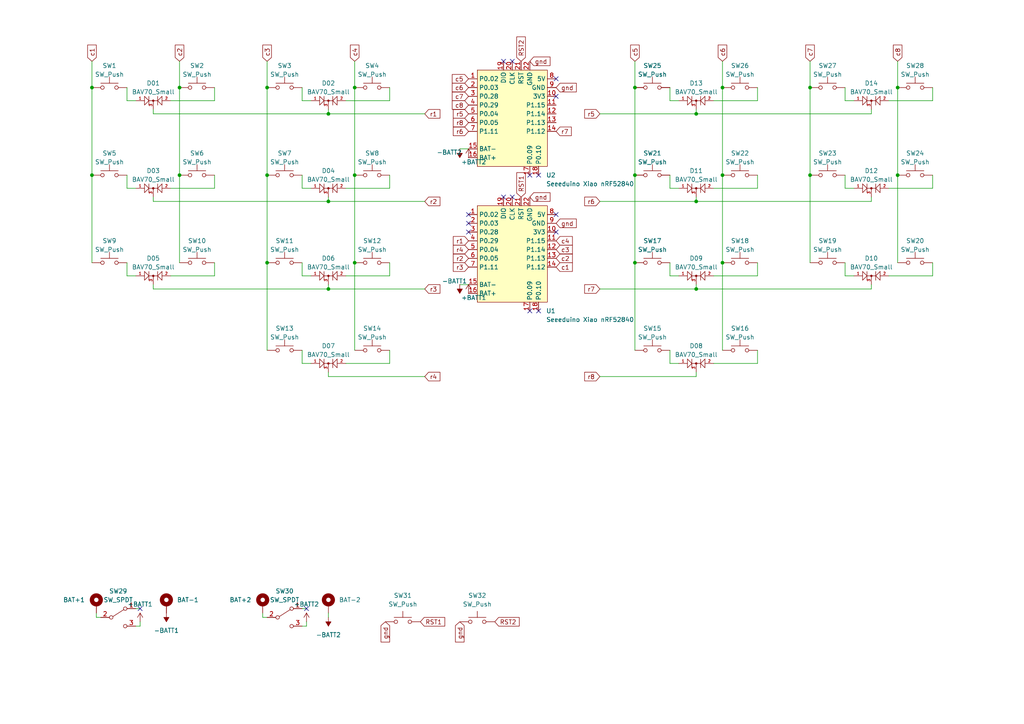
<source format=kicad_sch>
(kicad_sch (version 20231120) (generator "eeschema") (generator_version "8.0")
  (paper "A4")
  (lib_symbols
    (symbol "+BATT_1" (power) (pin_numbers hide) (pin_names (offset 0) hide)
      (property "Value" "+BATT" (at 0 3.556 0))
      (symbol "+BATT_1_0_1"
        (polyline (pts (xy -0.762 1.27) (xy 0 2.54)))
        (polyline (pts (xy 0 0) (xy 0 2.54)))
        (polyline (pts (xy 0 2.54) (xy 0.762 1.27)))
      )
      (symbol "+BATT_1_1_1"
        (pin power_in line (at 0 0 90) (length 0) (name "~") (number "1"))
      )
    )
    (symbol "-BATT_1" (power) (pin_numbers hide) (pin_names (offset 0) hide)
      (property "Value" "-BATT" (at 0 3.556 0))
      (symbol "-BATT_1_0_1"
        (polyline (pts (xy 0 0) (xy 0 2.54)))
        (polyline (pts (xy 0.762 1.27) (xy -0.762 1.27) (xy 0 2.54) (xy 0.762 1.27)) (fill (type outline)))
      )
      (symbol "-BATT_1_1_1"
        (pin power_in line (at 0 0 90) (length 0) (name "~") (number "1"))
      )
    )
    (symbol "MarBastLib-Various:BAV70_Small" (pin_names (offset 0.762) hide)
      (property "Reference" "D" (at 0.635 -2.54 0))
      (property "Value" "BAV70_Small" (at 0 2.54 0))
      (symbol "BAV70_Small_0_1"
        (polyline (pts (xy -1.27 1.27) (xy -1.27 -1.27)))
        (polyline (pts (xy 1.27 0) (xy -1.27 0)))
        (polyline (pts (xy 1.27 1.27) (xy 1.27 -1.27)))
        (polyline (pts (xy -2.54 1.27) (xy -2.54 -1.27) (xy -1.27 0) (xy -2.54 1.27)))
        (polyline (pts (xy 2.54 1.27) (xy 2.54 -1.27) (xy 1.27 0) (xy 2.54 1.27)))
        (circle (center 0 0) (radius 0.254) (fill (type outline)))
      )
      (symbol "BAV70_Small_1_1"
        (pin input line (at -5.08 0 0) (length 2.54) (name "A1") (number "1"))
        (pin input line (at 5.08 0 180) (length 2.54) (name "A2") (number "2"))
        (pin passive line (at 0 -2.54 90) (length 2.54) (name "K") (number "3"))
      )
    )
    (symbol "Mechanical:MountingHole_Pad" (pin_numbers hide) (pin_names (offset 1.016) hide)
      (property "Reference" "H" (at 0 6.35 0))
      (property "Value" "MountingHole_Pad" (at 0 4.445 0))
      (symbol "MountingHole_Pad_0_1"
        (circle (center 0 1.27) (radius 1.27) (stroke (width 1.27)))
      )
      (symbol "MountingHole_Pad_1_1"
        (pin input line (at 0 -2.54 90) (length 2.54) (name "1") (number "1"))
      )
    )
    (symbol "PCM_marbastlib-promicroish:Seeeduino_Xiao_nRF52840" (in_bom no)
      (property "Reference" "U" (at -10.16 -12.7 0))
      (property "Value" "Seeeduino Xiao nRF52840" (at -10.16 -15.24 0))
      (symbol "Seeeduino_Xiao_nRF52840_1_0"
        (pin bidirectional line (at -12.7 13.97 0) (length 2.54) (name "P0.02") (number "1"))
        (pin power_out line (at 12.7 8.89 180) (length 2.54) (name "3V3") (number "10"))
        (pin bidirectional line (at 12.7 6.35 180) (length 2.54) (name "P1.15") (number "11"))
        (pin bidirectional line (at 12.7 3.81 180) (length 2.54) (name "P1.14") (number "12"))
        (pin bidirectional line (at 12.7 1.27 180) (length 2.54) (name "P1.13") (number "13"))
        (pin bidirectional line (at 12.7 -1.27 180) (length 2.54) (name "P1.12") (number "14"))
        (pin power_in line (at -12.7 -6.35 0) (length 2.54) (name "BAT-") (number "15"))
        (pin power_in line (at -12.7 -8.89 0) (length 2.54) (name "BAT+") (number "16"))
        (pin bidirectional line (at 5.08 -13.97 90) (length 2.54) (name "P0.09") (number "17"))
        (pin bidirectional line (at 7.62 -13.97 90) (length 2.54) (name "P0.10") (number "18"))
        (pin bidirectional line (at -2.54 19.05 270) (length 2.54) (name "DIO") (number "19"))
        (pin bidirectional line (at -12.7 11.43 0) (length 2.54) (name "P0.03") (number "2"))
        (pin bidirectional line (at 0 19.05 270) (length 2.54) (name "CLK") (number "20"))
        (pin bidirectional line (at 2.54 19.05 270) (length 2.54) (name "RST") (number "21"))
        (pin power_out line (at 5.08 19.05 270) (length 2.54) (name "GND") (number "22"))
        (pin bidirectional line (at -12.7 8.89 0) (length 2.54) (name "P0.28") (number "3"))
        (pin bidirectional line (at -12.7 6.35 0) (length 2.54) (name "P0.29") (number "4"))
        (pin bidirectional line (at -12.7 3.81 0) (length 2.54) (name "P0.04") (number "5"))
        (pin bidirectional line (at -12.7 1.27 0) (length 2.54) (name "P0.05") (number "6"))
        (pin bidirectional line (at -12.7 -1.27 0) (length 2.54) (name "P1.11") (number "7"))
        (pin power_out line (at 12.7 13.97 180) (length 2.54) (name "5V") (number "8"))
        (pin power_out line (at 12.7 11.43 180) (length 2.54) (name "GND") (number "9"))
      )
      (symbol "Seeeduino_Xiao_nRF52840_1_1"
        (rectangle (start -10.16 16.51) (end 10.16 -11.43) (fill (type background)))
      )
    )
    (symbol "Switch:SW_Push" (pin_numbers hide) (pin_names (offset 1.016) hide)
      (property "Reference" "SW" (at 1.27 2.54 0))
      (property "Value" "SW_Push" (at 0 -1.524 0))
      (symbol "SW_Push_0_1"
        (circle (center -2.032 0) (radius 0.508))
        (polyline (pts (xy 0 1.27) (xy 0 3.048)))
        (polyline (pts (xy 2.54 1.27) (xy -2.54 1.27)))
        (circle (center 2.032 0) (radius 0.508))
        (pin passive line (at -5.08 0 0) (length 2.54) (name "1") (number "1"))
        (pin passive line (at 5.08 0 180) (length 2.54) (name "2") (number "2"))
      )
    )
    (symbol "Switch:SW_SPDT" (pin_names (offset 0) hide)
      (property "Reference" "SW" (at 0 4.318 0))
      (property "Value" "SW_SPDT" (at 0 -5.08 0))
      (symbol "SW_SPDT_0_0"
        (circle (center -2.032 0) (radius 0.508))
        (circle (center 2.032 -2.54) (radius 0.508))
      )
      (symbol "SW_SPDT_0_1"
        (polyline (pts (xy -1.524 0.254) (xy 1.651 2.286)))
        (circle (center 2.032 2.54) (radius 0.508))
      )
      (symbol "SW_SPDT_1_1"
        (pin passive line (at 5.08 2.54 180) (length 2.54) (name "A") (number "1"))
        (pin passive line (at -5.08 0 0) (length 2.54) (name "B") (number "2"))
        (pin passive line (at 5.08 -2.54 180) (length 2.54) (name "C") (number "3"))
      )
    )
    (symbol "power:+BATT" (power) (pin_names (offset 0))
      (property "Value" "+BATT" (at 0 3.556 0))
      (symbol "+BATT_0_1"
        (polyline (pts (xy -0.762 1.27) (xy 0 2.54)))
        (polyline (pts (xy 0 0) (xy 0 2.54)))
        (polyline (pts (xy 0 2.54) (xy 0.762 1.27)))
      )
      (symbol "+BATT_1_1"
        (pin power_in line (at 0 0 90) (length 0) hide (name "+BATT") (number "1"))
      )
    )
    (symbol "power:-BATT" (power) (pin_names (offset 0))
      (property "Value" "-BATT" (at 0 3.556 0))
      (symbol "-BATT_0_1"
        (polyline (pts (xy 0 0) (xy 0 2.54)))
        (polyline (pts (xy 0.762 1.27) (xy -0.762 1.27) (xy 0 2.54) (xy 0.762 1.27)) (fill (type outline)))
      )
      (symbol "-BATT_1_1"
        (pin power_in line (at 0 0 90) (length 0) hide (name "-BATT") (number "1"))
      )
    )
  )
  (junction (at 234.95 25.4))
  (junction (at 102.87 25.4))
  (junction (at 77.47 25.4))
  (junction (at 102.87 50.8))
  (junction (at 95.25 83.82))
  (junction (at 209.55 76.2))
  (junction (at 209.55 25.4))
  (junction (at 77.47 76.2))
  (junction (at 52.07 50.8))
  (junction (at 201.93 58.42))
  (junction (at 95.25 58.42))
  (junction (at 184.15 50.8))
  (junction (at 234.95 50.8))
  (junction (at 184.15 25.4))
  (junction (at 260.35 25.4))
  (junction (at 77.47 50.8))
  (junction (at 52.07 25.4))
  (junction (at 260.35 50.8))
  (junction (at 209.55 50.8))
  (junction (at 26.67 50.8))
  (junction (at 95.25 33.02))
  (junction (at 184.15 76.2))
  (junction (at 201.93 33.02))
  (junction (at 201.93 83.82))
  (junction (at 102.87 76.2))
  (junction (at 26.67 25.4))
  (no_connect (at 135.89 67.31))
  (no_connect (at 146.05 17.78))
  (no_connect (at 161.29 27.94))
  (no_connect (at 156.21 50.8))
  (no_connect (at 148.59 57.15))
  (no_connect (at 161.29 62.23))
  (no_connect (at 156.21 90.17))
  (no_connect (at 135.89 62.23))
  (no_connect (at 161.29 67.31))
  (no_connect (at 135.89 64.77))
  (no_connect (at 153.67 50.8))
  (no_connect (at 161.29 22.86))
  (no_connect (at 153.67 90.17))
  (no_connect (at 40.64 176.53))
  (no_connect (at 146.05 57.15))
  (no_connect (at 88.9 176.53))
  (no_connect (at 148.59 17.78))
  (wire (pts (xy 201.93 58.42) (xy 201.93 57.15)))
  (wire (pts (xy 95.25 109.22) (xy 123.19 109.22)))
  (wire (pts (xy 87.63 181.61) (xy 88.9 181.61)))
  (wire (pts (xy 52.07 76.2) (xy 52.07 50.8)))
  (wire (pts (xy 26.67 17.78) (xy 26.67 25.4)))
  (wire (pts (xy 209.55 17.78) (xy 209.55 25.4)))
  (wire (pts (xy 219.71 29.21) (xy 207.01 29.21)))
  (wire (pts (xy 245.11 80.01) (xy 247.65 80.01)))
  (wire (pts (xy 62.23 76.2) (xy 62.23 80.01)))
  (wire (pts (xy 219.71 76.2) (xy 219.71 80.01)))
  (wire (pts (xy 252.73 57.15) (xy 252.73 58.42)))
  (wire (pts (xy 194.31 76.2) (xy 194.31 80.01)))
  (wire (pts (xy 87.63 25.4) (xy 87.63 29.21)))
  (wire (pts (xy 40.64 180.34) (xy 40.64 181.61)))
  (wire (pts (xy 27.94 179.07) (xy 29.21 179.07)))
  (wire (pts (xy 52.07 17.78) (xy 52.07 25.4)))
  (wire (pts (xy 173.99 109.22) (xy 201.93 109.22)))
  (wire (pts (xy 26.67 50.8) (xy 26.67 76.2)))
  (wire (pts (xy 95.25 31.75) (xy 95.25 33.02)))
  (wire (pts (xy 44.45 33.02) (xy 95.25 33.02)))
  (wire (pts (xy 95.25 33.02) (xy 123.19 33.02)))
  (wire (pts (xy 87.63 176.53) (xy 88.9 176.53)))
  (wire (pts (xy 44.45 58.42) (xy 95.25 58.42)))
  (wire (pts (xy 252.73 82.55) (xy 252.73 83.82)))
  (wire (pts (xy 36.83 25.4) (xy 36.83 29.21)))
  (wire (pts (xy 219.71 50.8) (xy 219.71 54.61)))
  (wire (pts (xy 260.35 25.4) (xy 260.35 50.8)))
  (wire (pts (xy 76.2 177.8) (xy 76.2 179.07)))
  (wire (pts (xy 133.35 43.18) (xy 135.89 43.18)))
  (wire (pts (xy 194.31 105.41) (xy 196.85 105.41)))
  (wire (pts (xy 270.51 80.01) (xy 257.81 80.01)))
  (wire (pts (xy 260.35 50.8) (xy 260.35 76.2)))
  (wire (pts (xy 194.31 50.8) (xy 194.31 54.61)))
  (wire (pts (xy 194.31 54.61) (xy 196.85 54.61)))
  (wire (pts (xy 245.11 76.2) (xy 245.11 80.01)))
  (wire (pts (xy 245.11 25.4) (xy 245.11 29.21)))
  (wire (pts (xy 95.25 57.15) (xy 95.25 58.42)))
  (wire (pts (xy 62.23 29.21) (xy 49.53 29.21)))
  (wire (pts (xy 95.25 177.8) (xy 95.25 179.07)))
  (wire (pts (xy 39.37 176.53) (xy 40.64 176.53)))
  (wire (pts (xy 201.93 58.42) (xy 252.73 58.42)))
  (wire (pts (xy 209.55 25.4) (xy 209.55 50.8)))
  (wire (pts (xy 270.51 50.8) (xy 270.51 54.61)))
  (wire (pts (xy 62.23 25.4) (xy 62.23 29.21)))
  (wire (pts (xy 219.71 80.01) (xy 207.01 80.01)))
  (wire (pts (xy 87.63 50.8) (xy 87.63 54.61)))
  (wire (pts (xy 44.45 83.82) (xy 95.25 83.82)))
  (wire (pts (xy 77.47 50.8) (xy 77.47 76.2)))
  (wire (pts (xy 44.45 58.42) (xy 44.45 57.15)))
  (wire (pts (xy 252.73 31.75) (xy 252.73 33.02)))
  (wire (pts (xy 194.31 101.6) (xy 194.31 105.41)))
  (wire (pts (xy 113.03 80.01) (xy 100.33 80.01)))
  (wire (pts (xy 95.25 83.82) (xy 123.19 83.82)))
  (wire (pts (xy 270.51 25.4) (xy 270.51 29.21)))
  (wire (pts (xy 209.55 76.2) (xy 209.55 101.6)))
  (wire (pts (xy 36.83 50.8) (xy 36.83 54.61)))
  (wire (pts (xy 113.03 25.4) (xy 113.03 29.21)))
  (wire (pts (xy 102.87 76.2) (xy 102.87 50.8)))
  (wire (pts (xy 87.63 29.21) (xy 90.17 29.21)))
  (wire (pts (xy 76.2 179.07) (xy 77.47 179.07)))
  (wire (pts (xy 113.03 76.2) (xy 113.03 80.01)))
  (wire (pts (xy 62.23 50.8) (xy 62.23 54.61)))
  (wire (pts (xy 44.45 83.82) (xy 44.45 82.55)))
  (wire (pts (xy 95.25 107.95) (xy 95.25 109.22)))
  (wire (pts (xy 102.87 17.78) (xy 102.87 25.4)))
  (wire (pts (xy 219.71 25.4) (xy 219.71 29.21)))
  (wire (pts (xy 207.01 105.41) (xy 219.71 105.41)))
  (wire (pts (xy 102.87 101.6) (xy 102.87 76.2)))
  (wire (pts (xy 36.83 76.2) (xy 36.83 80.01)))
  (wire (pts (xy 270.51 29.21) (xy 257.81 29.21)))
  (wire (pts (xy 201.93 109.22) (xy 201.93 107.95)))
  (wire (pts (xy 87.63 80.01) (xy 90.17 80.01)))
  (wire (pts (xy 173.99 58.42) (xy 201.93 58.42)))
  (wire (pts (xy 184.15 50.8) (xy 184.15 76.2)))
  (wire (pts (xy 209.55 76.2) (xy 209.55 50.8)))
  (wire (pts (xy 87.63 105.41) (xy 90.17 105.41)))
  (wire (pts (xy 260.35 17.78) (xy 260.35 25.4)))
  (wire (pts (xy 201.93 33.02) (xy 201.93 31.75)))
  (wire (pts (xy 39.37 181.61) (xy 40.64 181.61)))
  (wire (pts (xy 62.23 54.61) (xy 49.53 54.61)))
  (wire (pts (xy 62.23 80.01) (xy 49.53 80.01)))
  (wire (pts (xy 36.83 80.01) (xy 39.37 80.01)))
  (wire (pts (xy 194.31 80.01) (xy 196.85 80.01)))
  (wire (pts (xy 95.25 58.42) (xy 123.19 58.42)))
  (wire (pts (xy 219.71 101.6) (xy 219.71 105.41)))
  (wire (pts (xy 194.31 25.4) (xy 194.31 29.21)))
  (wire (pts (xy 102.87 50.8) (xy 102.87 25.4)))
  (wire (pts (xy 270.51 54.61) (xy 257.81 54.61)))
  (wire (pts (xy 77.47 25.4) (xy 77.47 50.8)))
  (wire (pts (xy 184.15 17.78) (xy 184.15 25.4)))
  (wire (pts (xy 270.51 76.2) (xy 270.51 80.01)))
  (wire (pts (xy 113.03 50.8) (xy 113.03 54.61)))
  (wire (pts (xy 36.83 54.61) (xy 39.37 54.61)))
  (wire (pts (xy 184.15 76.2) (xy 184.15 101.6)))
  (wire (pts (xy 201.93 83.82) (xy 201.93 82.55)))
  (wire (pts (xy 100.33 105.41) (xy 113.03 105.41)))
  (wire (pts (xy 77.47 76.2) (xy 77.47 101.6)))
  (wire (pts (xy 245.11 50.8) (xy 245.11 54.61)))
  (wire (pts (xy 201.93 33.02) (xy 252.73 33.02)))
  (wire (pts (xy 44.45 33.02) (xy 44.45 31.75)))
  (wire (pts (xy 113.03 54.61) (xy 100.33 54.61)))
  (wire (pts (xy 27.94 177.8) (xy 27.94 179.07)))
  (wire (pts (xy 36.83 29.21) (xy 39.37 29.21)))
  (wire (pts (xy 26.67 25.4) (xy 26.67 50.8)))
  (wire (pts (xy 234.95 25.4) (xy 234.95 50.8)))
  (wire (pts (xy 173.99 83.82) (xy 201.93 83.82)))
  (wire (pts (xy 194.31 29.21) (xy 196.85 29.21)))
  (wire (pts (xy 234.95 76.2) (xy 234.95 50.8)))
  (wire (pts (xy 52.07 50.8) (xy 52.07 25.4)))
  (wire (pts (xy 87.63 101.6) (xy 87.63 105.41)))
  (wire (pts (xy 77.47 17.78) (xy 77.47 25.4)))
  (wire (pts (xy 113.03 29.21) (xy 100.33 29.21)))
  (wire (pts (xy 234.95 17.78) (xy 234.95 25.4)))
  (wire (pts (xy 245.11 29.21) (xy 247.65 29.21)))
  (wire (pts (xy 95.25 82.55) (xy 95.25 83.82)))
  (wire (pts (xy 87.63 76.2) (xy 87.63 80.01)))
  (wire (pts (xy 219.71 54.61) (xy 207.01 54.61)))
  (wire (pts (xy 113.03 101.6) (xy 113.03 105.41)))
  (wire (pts (xy 201.93 83.82) (xy 252.73 83.82)))
  (wire (pts (xy 184.15 25.4) (xy 184.15 50.8)))
  (wire (pts (xy 88.9 180.34) (xy 88.9 181.61)))
  (wire (pts (xy 133.35 82.55) (xy 135.89 82.55)))
  (wire (pts (xy 87.63 54.61) (xy 90.17 54.61)))
  (wire (pts (xy 245.11 54.61) (xy 247.65 54.61)))
  (wire (pts (xy 173.99 33.02) (xy 201.93 33.02)))
  (global_label "r7" (shape input) (at 173.99 83.82 180) (property "Intersheetrefs" "${INTERSHEET_REFS}" (effects (hide yes))))
  (global_label "r2" (shape input) (at 123.19 58.42 0) (property "Intersheetrefs" "${INTERSHEET_REFS}" (effects (hide yes))))
  (global_label "RST2" (shape input) (at 151.13 17.78 90) (property "Intersheetrefs" "${INTERSHEET_REFS}" (effects (hide yes))))
  (global_label "c1" (shape input) (at 26.67 17.78 90) (property "Intersheetrefs" "${INTERSHEET_REFS}" (effects (hide yes))))
  (global_label "r3" (shape input) (at 135.89 77.47 180) (property "Intersheetrefs" "${INTERSHEET_REFS}" (effects (hide yes))))
  (global_label "c6" (shape input) (at 209.55 17.78 90) (property "Intersheetrefs" "${INTERSHEET_REFS}" (effects (hide yes))))
  (global_label "c7" (shape input) (at 135.89 27.94 180) (property "Intersheetrefs" "${INTERSHEET_REFS}" (effects (hide yes))))
  (global_label "r2" (shape input) (at 135.89 74.93 180) (property "Intersheetrefs" "${INTERSHEET_REFS}" (effects (hide yes))))
  (global_label "r4" (shape input) (at 135.89 72.39 180) (property "Intersheetrefs" "${INTERSHEET_REFS}" (effects (hide yes))))
  (global_label "RST1" (shape input) (at 151.13 57.15 90) (property "Intersheetrefs" "${INTERSHEET_REFS}" (effects (hide yes))))
  (global_label "r5" (shape input) (at 173.99 33.02 180) (property "Intersheetrefs" "${INTERSHEET_REFS}" (effects (hide yes))))
  (global_label "gnd" (shape input) (at 153.67 17.78 0) (property "Intersheetrefs" "${INTERSHEET_REFS}" (effects (hide yes))))
  (global_label "c3" (shape input) (at 77.47 17.78 90) (property "Intersheetrefs" "${INTERSHEET_REFS}" (effects (hide yes))))
  (global_label "c3" (shape input) (at 161.29 72.39 0) (property "Intersheetrefs" "${INTERSHEET_REFS}" (effects (hide yes))))
  (global_label "c6" (shape input) (at 135.89 25.4 180) (property "Intersheetrefs" "${INTERSHEET_REFS}" (effects (hide yes))))
  (global_label "r7" (shape input) (at 161.29 38.1 0) (property "Intersheetrefs" "${INTERSHEET_REFS}" (effects (hide yes))))
  (global_label "c7" (shape input) (at 234.95 17.78 90) (property "Intersheetrefs" "${INTERSHEET_REFS}" (effects (hide yes))))
  (global_label "c4" (shape input) (at 161.29 69.85 0) (property "Intersheetrefs" "${INTERSHEET_REFS}" (effects (hide yes))))
  (global_label "r6" (shape input) (at 173.99 58.42 180) (property "Intersheetrefs" "${INTERSHEET_REFS}" (effects (hide yes))))
  (global_label "gnd" (shape input) (at 161.29 64.77 0) (property "Intersheetrefs" "${INTERSHEET_REFS}" (effects (hide yes))))
  (global_label "gnd" (shape input) (at 133.35 180.34 270) (property "Intersheetrefs" "${INTERSHEET_REFS}" (effects (hide yes))))
  (global_label "r5" (shape input) (at 135.89 33.02 180) (property "Intersheetrefs" "${INTERSHEET_REFS}" (effects (hide yes))))
  (global_label "c8" (shape input) (at 260.35 17.78 90) (property "Intersheetrefs" "${INTERSHEET_REFS}" (effects (hide yes))))
  (global_label "r1" (shape input) (at 123.19 33.02 0) (property "Intersheetrefs" "${INTERSHEET_REFS}" (effects (hide yes))))
  (global_label "c5" (shape input) (at 184.15 17.78 90) (property "Intersheetrefs" "${INTERSHEET_REFS}" (effects (hide yes))))
  (global_label "c4" (shape input) (at 102.87 17.78 90) (property "Intersheetrefs" "${INTERSHEET_REFS}" (effects (hide yes))))
  (global_label "r8" (shape input) (at 173.99 109.22 180) (property "Intersheetrefs" "${INTERSHEET_REFS}" (effects (hide yes))))
  (global_label "c2" (shape input) (at 161.29 74.93 0) (property "Intersheetrefs" "${INTERSHEET_REFS}" (effects (hide yes))))
  (global_label "c1" (shape input) (at 161.29 77.47 0) (property "Intersheetrefs" "${INTERSHEET_REFS}" (effects (hide yes))))
  (global_label "gnd" (shape input) (at 161.29 25.4 0) (property "Intersheetrefs" "${INTERSHEET_REFS}" (effects (hide yes))))
  (global_label "c5" (shape input) (at 135.89 22.86 180) (property "Intersheetrefs" "${INTERSHEET_REFS}" (effects (hide yes))))
  (global_label "RST1" (shape input) (at 121.92 180.34 0) (property "Intersheetrefs" "${INTERSHEET_REFS}" (effects (hide yes))))
  (global_label "c2" (shape input) (at 52.07 17.78 90) (property "Intersheetrefs" "${INTERSHEET_REFS}" (effects (hide yes))))
  (global_label "c8" (shape input) (at 135.89 30.48 180) (property "Intersheetrefs" "${INTERSHEET_REFS}" (effects (hide yes))))
  (global_label "RST2" (shape input) (at 143.51 180.34 0) (property "Intersheetrefs" "${INTERSHEET_REFS}" (effects (hide yes))))
  (global_label "r6" (shape input) (at 135.89 38.1 180) (property "Intersheetrefs" "${INTERSHEET_REFS}" (effects (hide yes))))
  (global_label "r3" (shape input) (at 123.19 83.82 0) (property "Intersheetrefs" "${INTERSHEET_REFS}" (effects (hide yes))))
  (global_label "r1" (shape input) (at 135.89 69.85 180) (property "Intersheetrefs" "${INTERSHEET_REFS}" (effects (hide yes))))
  (global_label "gnd" (shape input) (at 111.76 180.34 270) (property "Intersheetrefs" "${INTERSHEET_REFS}" (effects (hide yes))))
  (global_label "r8" (shape input) (at 135.89 35.56 180) (property "Intersheetrefs" "${INTERSHEET_REFS}" (effects (hide yes))))
  (global_label "gnd" (shape input) (at 153.67 57.15 0) (property "Intersheetrefs" "${INTERSHEET_REFS}" (effects (hide yes))))
  (global_label "r4" (shape input) (at 123.19 109.22 0) (property "Intersheetrefs" "${INTERSHEET_REFS}" (effects (hide yes))))
  (symbol (lib_id "Switch:SW_Push") (at 82.55 50.8 0) (unit 1)
    (property "Reference" "SW7" (at 82.55 44.45 0))
    (property "Value" "SW_Push" (at 82.55 46.99 0))
    (property "Footprint" "Cherry_ULP:Cherry_ULP_TH_CUT" (effects (hide yes)))
  )
  (symbol (lib_id "power:+BATT") (at 88.9 180.34 0) (unit 1)
    (property "Reference" "#PWR03" (effects (hide yes)))
    (property "Value" "+BATT2" (at 88.9 175.26 0))
  )
  (symbol (lib_id "Switch:SW_Push") (at 138.43 180.34 0) (unit 1)
    (property "Reference" "SW32" (at 138.43 172.72 0))
    (property "Value" "SW_Push" (at 138.43 175.26 0))
    (property "Footprint" "mnhttn:PushSwitch" (effects (hide yes)))
    (property "Description" "Push button switch, generic, two pins" (effects (hide yes)))
  )
  (symbol (lib_id "Mechanical:MountingHole_Pad") (at 48.26 175.26 0) (unit 1)
    (property "Reference" "BAT-1" (at 51.308 173.99 0) (effects (justify left)))
    (property "Value" "-" (effects (hide yes)))
    (property "Footprint" "mnhttn:BatteryPad" (effects (hide yes)))
  )
  (symbol (lib_id "Switch:SW_Push") (at 240.03 50.8 0) (unit 1)
    (property "Reference" "SW23" (at 240.03 44.45 0))
    (property "Value" "SW_Push" (at 240.03 46.99 0))
    (property "Footprint" "Cherry_ULP:Cherry_ULP_TH_CUT" (effects (hide yes)))
  )
  (symbol (lib_id "Switch:SW_Push") (at 265.43 25.4 0) (unit 1)
    (property "Reference" "SW28" (at 265.43 19.05 0))
    (property "Value" "SW_Push" (at 265.43 21.59 0))
    (property "Footprint" "Cherry_ULP:Cherry_ULP_TH_CUT" (effects (hide yes)))
  )
  (symbol (lib_name "+BATT_1") (lib_id "power:+BATT") (at 135.89 85.09 0) (unit 1)
    (property "Reference" "#PWR06" (effects (hide yes)))
    (property "Value" "+BATT1" (at 137.414 86.36 0))
    (property "Description" "Power symbol creates a global label with name \"+BATT\"" (effects (hide yes)))
  )
  (symbol (lib_id "Mechanical:MountingHole_Pad") (at 76.2 175.26 0) (unit 1)
    (property "Reference" "BAT+2" (at 72.898 173.99 0) (effects (justify right)))
    (property "Value" "+" (effects (hide yes)))
    (property "Footprint" "mnhttn:BatteryPad" (effects (hide yes)))
  )
  (symbol (lib_name "+BATT_1") (lib_id "power:+BATT") (at 135.89 45.72 0) (unit 1)
    (property "Reference" "#PWR05" (effects (hide yes)))
    (property "Value" "+BATT2" (at 137.414 46.99 0))
    (property "Description" "Power symbol creates a global label with name \"+BATT\"" (effects (hide yes)))
  )
  (symbol (lib_id "Switch:SW_Push") (at 189.23 25.4 0) (unit 1)
    (property "Reference" "SW25" (at 189.23 19.05 0))
    (property "Value" "SW_Push" (at 189.23 21.59 0))
    (property "Footprint" "Cherry_ULP:Cherry_ULP_TH_CUT" (effects (hide yes)))
  )
  (symbol (lib_id "Mechanical:MountingHole_Pad") (at 27.94 175.26 0) (unit 1)
    (property "Reference" "BAT+1" (at 24.638 173.99 0) (effects (justify right)))
    (property "Value" "+" (effects (hide yes)))
    (property "Footprint" "mnhttn:BatteryPad" (effects (hide yes)))
  )
  (symbol (lib_name "-BATT_1") (lib_id "power:-BATT") (at 133.35 82.55 0) (mirror x) (unit 1)
    (property "Reference" "#PWR07" (effects (hide yes)))
    (property "Value" "-BATT1" (at 131.826 81.534 0))
    (property "Description" "Power symbol creates a global label with name \"-BATT\"" (effects (hide yes)))
  )
  (symbol (lib_id "Switch:SW_Push") (at 214.63 50.8 0) (unit 1)
    (property "Reference" "SW22" (at 214.63 44.45 0))
    (property "Value" "SW_Push" (at 214.63 46.99 0))
    (property "Footprint" "Cherry_ULP:Cherry_ULP_TH_CUT" (effects (hide yes)))
  )
  (symbol (lib_id "PCM_marbastlib-promicroish:Seeeduino_Xiao_nRF52840") (at 148.59 76.2 0) (unit 1) (in_bom no)
    (property "Reference" "U1" (at 158.4041 90.17 0) (effects (justify left)))
    (property "Value" "Seeeduino Xiao nRF52840" (at 158.4041 92.71 0) (effects (justify left)))
    (property "Footprint" "xiao:xiao-ble-smd-cutout-extra-pins" (effects (hide yes)))
    (property "Description" "Symbol for a Seeeduino Xiao nRF52840" (effects (hide yes)))
  )
  (symbol (lib_id "Switch:SW_SPDT") (at 34.29 179.07 0) (unit 1)
    (property "Reference" "SW29" (at 34.29 171.45 0))
    (property "Value" "SW_SPDT" (at 34.29 173.99 0))
    (property "Footprint" "mnhttn:MSK12C02" (effects (hide yes)))
  )
  (symbol (lib_id "MarBastLib-Various:BAV70_Small") (at 44.45 29.21 0) (unit 1)
    (property "Reference" "D01" (at 44.45 24.13 0))
    (property "Value" "BAV70_Small" (at 44.45 26.67 0))
    (property "Footprint" "BeiBob:SOT-23_Handsoldering" (effects (hide yes)))
    (property "Datasheet" "https://assets.nexperia.com/documents/data-sheet/BAV70_SER.pdf" (effects (hide yes)))
  )
  (symbol (lib_id "MarBastLib-Various:BAV70_Small") (at 95.25 105.41 0) (unit 1)
    (property "Reference" "D07" (at 95.25 100.33 0))
    (property "Value" "BAV70_Small" (at 95.25 102.87 0))
    (property "Footprint" "BeiBob:SOT-23_Handsoldering" (effects (hide yes)))
    (property "Datasheet" "https://assets.nexperia.com/documents/data-sheet/BAV70_SER.pdf" (effects (hide yes)))
  )
  (symbol (lib_id "Switch:SW_Push") (at 189.23 50.8 0) (unit 1)
    (property "Reference" "SW21" (at 189.23 44.45 0))
    (property "Value" "SW_Push" (at 189.23 46.99 0))
    (property "Footprint" "Cherry_ULP:Cherry_ULP_TH_CUT" (effects (hide yes)))
  )
  (symbol (lib_id "Switch:SW_Push") (at 82.55 76.2 0) (unit 1)
    (property "Reference" "SW11" (at 82.55 69.85 0))
    (property "Value" "SW_Push" (at 82.55 72.39 0))
    (property "Footprint" "Cherry_ULP:Cherry_ULP_TH_CUT" (effects (hide yes)))
  )
  (symbol (lib_id "MarBastLib-Various:BAV70_Small") (at 95.25 54.61 0) (unit 1)
    (property "Reference" "D04" (at 95.25 49.53 0))
    (property "Value" "BAV70_Small" (at 95.25 52.07 0))
    (property "Footprint" "BeiBob:SOT-23_Handsoldering" (effects (hide yes)))
    (property "Datasheet" "https://assets.nexperia.com/documents/data-sheet/BAV70_SER.pdf" (effects (hide yes)))
  )
  (symbol (lib_id "MarBastLib-Various:BAV70_Small") (at 201.93 105.41 0) (unit 1)
    (property "Reference" "D08" (at 201.93 100.33 0))
    (property "Value" "BAV70_Small" (at 201.93 102.87 0))
    (property "Footprint" "BeiBob:SOT-23_Handsoldering" (effects (hide yes)))
    (property "Datasheet" "https://assets.nexperia.com/documents/data-sheet/BAV70_SER.pdf" (effects (hide yes)))
  )
  (symbol (lib_id "Switch:SW_Push") (at 240.03 76.2 0) (unit 1)
    (property "Reference" "SW19" (at 240.03 69.85 0))
    (property "Value" "SW_Push" (at 240.03 72.39 0))
    (property "Footprint" "Cherry_ULP:Cherry_ULP_TH_CUT" (effects (hide yes)))
  )
  (symbol (lib_id "Switch:SW_Push") (at 31.75 50.8 0) (unit 1)
    (property "Reference" "SW5" (at 31.75 44.45 0))
    (property "Value" "SW_Push" (at 31.75 46.99 0))
    (property "Footprint" "Cherry_ULP:Cherry_ULP_TH_CUT" (effects (hide yes)))
  )
  (symbol (lib_id "Switch:SW_Push") (at 265.43 50.8 0) (unit 1)
    (property "Reference" "SW24" (at 265.43 44.45 0))
    (property "Value" "SW_Push" (at 265.43 46.99 0))
    (property "Footprint" "Cherry_ULP:Cherry_ULP_TH_CUT" (effects (hide yes)))
  )
  (symbol (lib_id "MarBastLib-Various:BAV70_Small") (at 252.73 54.61 0) (unit 1)
    (property "Reference" "D12" (at 252.73 49.53 0))
    (property "Value" "BAV70_Small" (at 252.73 52.07 0))
    (property "Footprint" "BeiBob:SOT-23_Handsoldering" (effects (hide yes)))
    (property "Datasheet" "https://assets.nexperia.com/documents/data-sheet/BAV70_SER.pdf" (effects (hide yes)))
  )
  (symbol (lib_id "Switch:SW_Push") (at 265.43 76.2 0) (unit 1)
    (property "Reference" "SW20" (at 265.43 69.85 0))
    (property "Value" "SW_Push" (at 265.43 72.39 0))
    (property "Footprint" "Cherry_ULP:Cherry_ULP_TH_CUT" (effects (hide yes)))
  )
  (symbol (lib_id "MarBastLib-Various:BAV70_Small") (at 201.93 54.61 0) (unit 1)
    (property "Reference" "D11" (at 201.93 49.53 0))
    (property "Value" "BAV70_Small" (at 201.93 52.07 0))
    (property "Footprint" "BeiBob:SOT-23_Handsoldering" (effects (hide yes)))
    (property "Datasheet" "https://assets.nexperia.com/documents/data-sheet/BAV70_SER.pdf" (effects (hide yes)))
  )
  (symbol (lib_id "Switch:SW_Push") (at 31.75 76.2 0) (unit 1)
    (property "Reference" "SW9" (at 31.75 69.85 0))
    (property "Value" "SW_Push" (at 31.75 72.39 0))
    (property "Footprint" "Cherry_ULP:Cherry_ULP_TH_CUT" (effects (hide yes)))
  )
  (symbol (lib_id "Switch:SW_Push") (at 31.75 25.4 0) (unit 1)
    (property "Reference" "SW1" (at 31.75 19.05 0))
    (property "Value" "SW_Push" (at 31.75 21.59 0))
    (property "Footprint" "Cherry_ULP:Cherry_ULP_TH_CUT" (effects (hide yes)))
  )
  (symbol (lib_id "Switch:SW_Push") (at 107.95 50.8 0) (unit 1)
    (property "Reference" "SW8" (at 107.95 44.45 0))
    (property "Value" "SW_Push" (at 107.95 46.99 0))
    (property "Footprint" "Cherry_ULP:Cherry_ULP_TH_CUT" (effects (hide yes)))
  )
  (symbol (lib_id "Switch:SW_Push") (at 57.15 50.8 0) (unit 1)
    (property "Reference" "SW6" (at 57.15 44.45 0))
    (property "Value" "SW_Push" (at 57.15 46.99 0))
    (property "Footprint" "Cherry_ULP:Cherry_ULP_TH_CUT" (effects (hide yes)))
  )
  (symbol (lib_id "power:-BATT") (at 48.26 177.8 180) (unit 1)
    (property "Reference" "#PWR04" (effects (hide yes)))
    (property "Value" "-BATT1" (at 48.26 182.88 0))
  )
  (symbol (lib_id "Switch:SW_Push") (at 214.63 101.6 0) (unit 1)
    (property "Reference" "SW16" (at 214.63 95.25 0))
    (property "Value" "SW_Push" (at 214.63 97.79 0))
    (property "Footprint" "Cherry_ULP:Cherry_ULP_TH_CUT" (effects (hide yes)))
  )
  (symbol (lib_id "Switch:SW_Push") (at 107.95 25.4 0) (unit 1)
    (property "Reference" "SW4" (at 107.95 19.05 0))
    (property "Value" "SW_Push" (at 107.95 21.59 0))
    (property "Footprint" "Cherry_ULP:Cherry_ULP_TH_CUT" (effects (hide yes)))
  )
  (symbol (lib_name "-BATT_1") (lib_id "power:-BATT") (at 133.35 43.18 180) (unit 1)
    (property "Reference" "#PWR08" (effects (hide yes)))
    (property "Value" "-BATT2" (at 130.302 44.196 0))
    (property "Description" "Power symbol creates a global label with name \"-BATT\"" (effects (hide yes)))
  )
  (symbol (lib_id "Switch:SW_Push") (at 57.15 25.4 0) (unit 1)
    (property "Reference" "SW2" (at 57.15 19.05 0))
    (property "Value" "SW_Push" (at 57.15 21.59 0))
    (property "Footprint" "Cherry_ULP:Cherry_ULP_TH_CUT" (effects (hide yes)))
  )
  (symbol (lib_id "Switch:SW_Push") (at 82.55 25.4 0) (unit 1)
    (property "Reference" "SW3" (at 82.55 19.05 0))
    (property "Value" "SW_Push" (at 82.55 21.59 0))
    (property "Footprint" "Cherry_ULP:Cherry_ULP_TH_CUT" (effects (hide yes)))
  )
  (symbol (lib_id "MarBastLib-Various:BAV70_Small") (at 252.73 29.21 0) (unit 1)
    (property "Reference" "D14" (at 252.73 24.13 0))
    (property "Value" "BAV70_Small" (at 252.73 26.67 0))
    (property "Footprint" "BeiBob:SOT-23_Handsoldering" (effects (hide yes)))
    (property "Datasheet" "https://assets.nexperia.com/documents/data-sheet/BAV70_SER.pdf" (effects (hide yes)))
  )
  (symbol (lib_id "power:+BATT") (at 40.64 180.34 0) (unit 1)
    (property "Reference" "#PWR01" (effects (hide yes)))
    (property "Value" "+BATT1" (at 40.64 175.26 0))
  )
  (symbol (lib_id "Switch:SW_Push") (at 214.63 25.4 0) (unit 1)
    (property "Reference" "SW26" (at 214.63 19.05 0))
    (property "Value" "SW_Push" (at 214.63 21.59 0))
    (property "Footprint" "Cherry_ULP:Cherry_ULP_TH_CUT" (effects (hide yes)))
  )
  (symbol (lib_id "Switch:SW_Push") (at 189.23 101.6 0) (unit 1)
    (property "Reference" "SW15" (at 189.23 95.25 0))
    (property "Value" "SW_Push" (at 189.23 97.79 0))
    (property "Footprint" "Cherry_ULP:Cherry_ULP_TH_CUT" (effects (hide yes)))
  )
  (symbol (lib_id "Switch:SW_Push") (at 107.95 76.2 0) (unit 1)
    (property "Reference" "SW12" (at 107.95 69.85 0))
    (property "Value" "SW_Push" (at 107.95 72.39 0))
    (property "Footprint" "Cherry_ULP:Cherry_ULP_TH_CUT" (effects (hide yes)))
  )
  (symbol (lib_id "MarBastLib-Various:BAV70_Small") (at 95.25 80.01 0) (unit 1)
    (property "Reference" "D06" (at 95.25 74.93 0))
    (property "Value" "BAV70_Small" (at 95.25 77.47 0))
    (property "Footprint" "BeiBob:SOT-23_Handsoldering" (effects (hide yes)))
    (property "Datasheet" "https://assets.nexperia.com/documents/data-sheet/BAV70_SER.pdf" (effects (hide yes)))
  )
  (symbol (lib_id "Switch:SW_Push") (at 107.95 101.6 0) (unit 1)
    (property "Reference" "SW14" (at 107.95 95.25 0))
    (property "Value" "SW_Push" (at 107.95 97.79 0))
    (property "Footprint" "Cherry_ULP:Cherry_ULP_TH_CUT" (effects (hide yes)))
  )
  (symbol (lib_id "power:-BATT") (at 95.25 179.07 180) (unit 1)
    (property "Reference" "#PWR02" (effects (hide yes)))
    (property "Value" "-BATT2" (at 95.25 184.15 0))
  )
  (symbol (lib_id "Switch:SW_Push") (at 214.63 76.2 0) (unit 1)
    (property "Reference" "SW18" (at 214.63 69.85 0))
    (property "Value" "SW_Push" (at 214.63 72.39 0))
    (property "Footprint" "Cherry_ULP:Cherry_ULP_TH_CUT" (effects (hide yes)))
  )
  (symbol (lib_id "MarBastLib-Various:BAV70_Small") (at 201.93 29.21 0) (unit 1)
    (property "Reference" "D13" (at 201.93 24.13 0))
    (property "Value" "BAV70_Small" (at 201.93 26.67 0))
    (property "Footprint" "BeiBob:SOT-23_Handsoldering" (effects (hide yes)))
    (property "Datasheet" "https://assets.nexperia.com/documents/data-sheet/BAV70_SER.pdf" (effects (hide yes)))
  )
  (symbol (lib_id "Switch:SW_Push") (at 116.84 180.34 0) (unit 1)
    (property "Reference" "SW31" (at 116.84 172.72 0))
    (property "Value" "SW_Push" (at 116.84 175.26 0))
    (property "Footprint" "mnhttn:PushSwitch" (effects (hide yes)))
    (property "Description" "Push button switch, generic, two pins" (effects (hide yes)))
  )
  (symbol (lib_id "MarBastLib-Various:BAV70_Small") (at 95.25 29.21 0) (unit 1)
    (property "Reference" "D02" (at 95.25 24.13 0))
    (property "Value" "BAV70_Small" (at 95.25 26.67 0))
    (property "Footprint" "BeiBob:SOT-23_Handsoldering" (effects (hide yes)))
    (property "Datasheet" "https://assets.nexperia.com/documents/data-sheet/BAV70_SER.pdf" (effects (hide yes)))
  )
  (symbol (lib_id "Mechanical:MountingHole_Pad") (at 95.25 175.26 0) (unit 1)
    (property "Reference" "BAT-2" (at 98.298 173.99 0) (effects (justify left)))
    (property "Value" "-" (effects (hide yes)))
    (property "Footprint" "mnhttn:BatteryPad" (effects (hide yes)))
  )
  (symbol (lib_id "PCM_marbastlib-promicroish:Seeeduino_Xiao_nRF52840") (at 148.59 36.83 0) (unit 1) (in_bom no)
    (property "Reference" "U2" (at 158.4041 50.8 0) (effects (justify left)))
    (property "Value" "Seeeduino Xiao nRF52840" (at 158.4041 53.34 0) (effects (justify left)))
    (property "Footprint" "xiao:xiao-ble-smd-cutout-extra-pins" (effects (hide yes)))
    (property "Description" "Symbol for a Seeeduino Xiao nRF52840" (effects (hide yes)))
  )
  (symbol (lib_id "MarBastLib-Various:BAV70_Small") (at 44.45 80.01 0) (unit 1)
    (property "Reference" "D05" (at 44.45 74.93 0))
    (property "Value" "BAV70_Small" (at 44.45 77.47 0))
    (property "Footprint" "BeiBob:SOT-23_Handsoldering" (effects (hide yes)))
    (property "Datasheet" "https://assets.nexperia.com/documents/data-sheet/BAV70_SER.pdf" (effects (hide yes)))
  )
  (symbol (lib_id "Switch:SW_Push") (at 82.55 101.6 0) (unit 1)
    (property "Reference" "SW13" (at 82.55 95.25 0))
    (property "Value" "SW_Push" (at 82.55 97.79 0))
    (property "Footprint" "Cherry_ULP:Cherry_ULP_TH_CUT" (effects (hide yes)))
  )
  (symbol (lib_id "Switch:SW_Push") (at 240.03 25.4 0) (unit 1)
    (property "Reference" "SW27" (at 240.03 19.05 0))
    (property "Value" "SW_Push" (at 240.03 21.59 0))
    (property "Footprint" "Cherry_ULP:Cherry_ULP_TH_CUT" (effects (hide yes)))
  )
  (symbol (lib_id "Switch:SW_Push") (at 57.15 76.2 0) (unit 1)
    (property "Reference" "SW10" (at 57.15 69.85 0))
    (property "Value" "SW_Push" (at 57.15 72.39 0))
    (property "Footprint" "Cherry_ULP:Cherry_ULP_TH_CUT" (effects (hide yes)))
  )
  (symbol (lib_id "MarBastLib-Various:BAV70_Small") (at 44.45 54.61 0) (unit 1)
    (property "Reference" "D03" (at 44.45 49.53 0))
    (property "Value" "BAV70_Small" (at 44.45 52.07 0))
    (property "Footprint" "BeiBob:SOT-23_Handsoldering" (effects (hide yes)))
    (property "Datasheet" "https://assets.nexperia.com/documents/data-sheet/BAV70_SER.pdf" (effects (hide yes)))
  )
  (symbol (lib_id "Switch:SW_SPDT") (at 82.55 179.07 0) (unit 1)
    (property "Reference" "SW30" (at 82.55 171.45 0))
    (property "Value" "SW_SPDT" (at 82.55 173.99 0))
    (property "Footprint" "mnhttn:MSK12C02" (effects (hide yes)))
  )
  (symbol (lib_id "MarBastLib-Various:BAV70_Small") (at 252.73 80.01 0) (unit 1)
    (property "Reference" "D10" (at 252.73 74.93 0))
    (property "Value" "BAV70_Small" (at 252.73 77.47 0))
    (property "Footprint" "BeiBob:SOT-23_Handsoldering" (effects (hide yes)))
    (property "Datasheet" "https://assets.nexperia.com/documents/data-sheet/BAV70_SER.pdf" (effects (hide yes)))
  )
  (symbol (lib_id "MarBastLib-Various:BAV70_Small") (at 201.93 80.01 0) (unit 1)
    (property "Reference" "D09" (at 201.93 74.93 0))
    (property "Value" "BAV70_Small" (at 201.93 77.47 0))
    (property "Footprint" "BeiBob:SOT-23_Handsoldering" (effects (hide yes)))
    (property "Datasheet" "https://assets.nexperia.com/documents/data-sheet/BAV70_SER.pdf" (effects (hide yes)))
  )
  (symbol (lib_id "Switch:SW_Push") (at 189.23 76.2 0) (unit 1)
    (property "Reference" "SW17" (at 189.23 69.85 0))
    (property "Value" "SW_Push" (at 189.23 72.39 0))
    (property "Footprint" "Cherry_ULP:Cherry_ULP_TH_CUT" (effects (hide yes)))
  )
)
</source>
